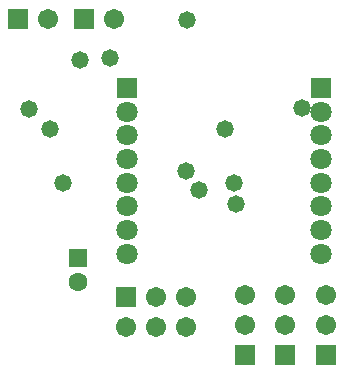
<source format=gbs>
%FSTAX23Y23*%
%MOIN*%
%SFA1B1*%

%IPPOS*%
%ADD48R,0.070992X0.070992*%
%ADD49C,0.070992*%
%ADD50R,0.067055X0.067055*%
%ADD51C,0.067055*%
%ADD52C,0.063118*%
%ADD53R,0.063118X0.063118*%
%ADD54R,0.067055X0.067055*%
%ADD55C,0.058000*%
G54D48*
X01486Y0467D03*
X02135D03*
G54D49*
X01486Y04591D03*
Y04512D03*
Y04433D03*
Y04355D03*
Y04276D03*
Y04197D03*
Y04118D03*
X02135Y04591D03*
Y04512D03*
Y04433D03*
Y04355D03*
Y04276D03*
Y04197D03*
Y04118D03*
G54D50*
X01345Y049D03*
X01125D03*
X01485Y03975D03*
G54D51*
X01445Y049D03*
X01225D03*
X01485Y03875D03*
X01585Y03975D03*
Y03875D03*
X01685Y03975D03*
Y03875D03*
X0215Y0388D03*
Y0398D03*
X02015Y0388D03*
Y0398D03*
X0188Y0388D03*
Y0398D03*
G54D52*
X01325Y04025D03*
G54D53*
X01325Y04104D03*
G54D54*
X0215Y0378D03*
X02015D03*
X0188D03*
G54D55*
X01845Y04355D03*
X01685Y04395D03*
X01275Y04355D03*
X0185Y04285D03*
X01815Y04535D03*
X0207Y04605D03*
X01432Y0477D03*
X01687Y04897D03*
X0133Y04765D03*
X01232Y04532D03*
X0116Y046D03*
X01727Y0433D03*
M02*
</source>
